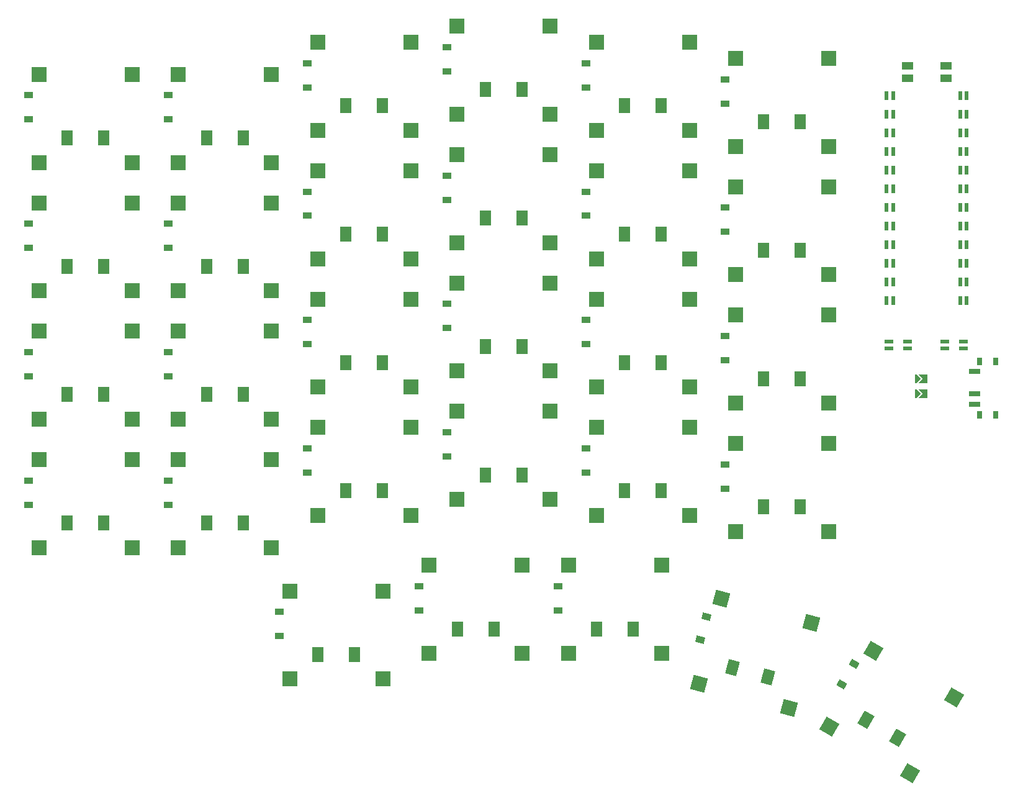
<source format=gbr>
%TF.GenerationSoftware,KiCad,Pcbnew,8.0.7*%
%TF.CreationDate,2025-02-11T23:53:49-03:00*%
%TF.ProjectId,souffle_wireless,736f7566-666c-4655-9f77-6972656c6573,0.1*%
%TF.SameCoordinates,Original*%
%TF.FileFunction,Paste,Bot*%
%TF.FilePolarity,Positive*%
%FSLAX46Y46*%
G04 Gerber Fmt 4.6, Leading zero omitted, Abs format (unit mm)*
G04 Created by KiCad (PCBNEW 8.0.7) date 2025-02-11 23:53:49*
%MOMM*%
%LPD*%
G01*
G04 APERTURE LIST*
G04 Aperture macros list*
%AMRotRect*
0 Rectangle, with rotation*
0 The origin of the aperture is its center*
0 $1 length*
0 $2 width*
0 $3 Rotation angle, in degrees counterclockwise*
0 Add horizontal line*
21,1,$1,$2,0,0,$3*%
%AMFreePoly0*
4,1,6,0.600000,-0.200000,0.600000,-0.400000,-0.600000,-0.400000,-0.600000,-0.200000,0.000000,0.400000,0.600000,-0.200000,0.600000,-0.200000,$1*%
%AMFreePoly1*
4,1,6,0.600000,-1.000000,0.000000,-0.400000,-0.600000,-1.000000,-0.600000,0.250000,0.600000,0.250000,0.600000,-1.000000,0.600000,-1.000000,$1*%
G04 Aperture macros list end*
%ADD10R,1.550000X2.000000*%
%ADD11R,2.000000X2.000000*%
%ADD12RotRect,1.550000X2.000000X345.000000*%
%ADD13RotRect,2.000000X2.000000X345.000000*%
%ADD14RotRect,1.550000X2.000000X330.000000*%
%ADD15RotRect,2.000000X2.000000X330.000000*%
%ADD16R,1.200000X0.900000*%
%ADD17RotRect,0.900000X1.200000X75.000000*%
%ADD18RotRect,0.900000X1.200000X60.000000*%
%ADD19R,0.600000X1.200000*%
%ADD20R,1.200000X0.600000*%
%ADD21R,0.800000X1.000000*%
%ADD22R,1.500000X0.700000*%
%ADD23R,1.550000X1.000000*%
%ADD24FreePoly0,270.000000*%
%ADD25FreePoly1,270.000000*%
G04 APERTURE END LIST*
D10*
%TO.C,S1*%
X97500000Y-102650000D03*
X102500000Y-102650000D03*
D11*
X93650000Y-94000000D03*
X93650000Y-106000000D03*
X106350000Y-94000000D03*
X106350000Y-106000000D03*
%TD*%
D10*
%TO.C,S2*%
X97500000Y-85150000D03*
X102500000Y-85150000D03*
D11*
X93650000Y-76500000D03*
X93650000Y-88500000D03*
X106350000Y-76500000D03*
X106350000Y-88500000D03*
%TD*%
D10*
%TO.C,S3*%
X97500000Y-67650000D03*
X102500000Y-67650000D03*
D11*
X93650000Y-59000000D03*
X93650000Y-71000000D03*
X106350000Y-59000000D03*
X106350000Y-71000000D03*
%TD*%
D10*
%TO.C,S4*%
X97500000Y-50150000D03*
X102500000Y-50150000D03*
D11*
X93650000Y-41500000D03*
X93650000Y-53500000D03*
X106350000Y-41500000D03*
X106350000Y-53500000D03*
%TD*%
D10*
%TO.C,S5*%
X116500000Y-102650000D03*
X121500000Y-102650000D03*
D11*
X112650000Y-94000000D03*
X112650000Y-106000000D03*
X125350000Y-94000000D03*
X125350000Y-106000000D03*
%TD*%
D10*
%TO.C,S6*%
X116500000Y-85150000D03*
X121500000Y-85150000D03*
D11*
X112650000Y-76500000D03*
X112650000Y-88500000D03*
X125350000Y-76500000D03*
X125350000Y-88500000D03*
%TD*%
D10*
%TO.C,S7*%
X116500000Y-67650000D03*
X121500000Y-67650000D03*
D11*
X112650000Y-59000000D03*
X112650000Y-71000000D03*
X125350000Y-59000000D03*
X125350000Y-71000000D03*
%TD*%
D10*
%TO.C,S8*%
X116500000Y-50150000D03*
X121500000Y-50150000D03*
D11*
X112650000Y-41500000D03*
X112650000Y-53500000D03*
X125350000Y-41500000D03*
X125350000Y-53500000D03*
%TD*%
D10*
%TO.C,S9*%
X135500000Y-98275000D03*
X140500000Y-98275000D03*
D11*
X131650000Y-89625000D03*
X131650000Y-101625000D03*
X144350000Y-89625000D03*
X144350000Y-101625000D03*
%TD*%
D10*
%TO.C,S10*%
X135500000Y-80775000D03*
X140500000Y-80775000D03*
D11*
X131650000Y-72125000D03*
X131650000Y-84125000D03*
X144350000Y-72125000D03*
X144350000Y-84125000D03*
%TD*%
D10*
%TO.C,S11*%
X135500000Y-63275000D03*
X140500000Y-63275000D03*
D11*
X131650000Y-54625000D03*
X131650000Y-66625000D03*
X144350000Y-54625000D03*
X144350000Y-66625000D03*
%TD*%
D10*
%TO.C,S12*%
X135500000Y-45775000D03*
X140500000Y-45775000D03*
D11*
X131650000Y-37125000D03*
X131650000Y-49125000D03*
X144350000Y-37125000D03*
X144350000Y-49125000D03*
%TD*%
D10*
%TO.C,S13*%
X154500000Y-96087500D03*
X159500000Y-96087500D03*
D11*
X150650000Y-87437500D03*
X150650000Y-99437500D03*
X163350000Y-87437500D03*
X163350000Y-99437500D03*
%TD*%
D10*
%TO.C,S14*%
X154500000Y-78587500D03*
X159500000Y-78587500D03*
D11*
X150650000Y-69937500D03*
X150650000Y-81937500D03*
X163350000Y-69937500D03*
X163350000Y-81937500D03*
%TD*%
D10*
%TO.C,S15*%
X154500000Y-61087500D03*
X159500000Y-61087500D03*
D11*
X150650000Y-52437500D03*
X150650000Y-64437500D03*
X163350000Y-52437500D03*
X163350000Y-64437500D03*
%TD*%
D10*
%TO.C,S16*%
X154500000Y-43587500D03*
X159500000Y-43587500D03*
D11*
X150650000Y-34937500D03*
X150650000Y-46937500D03*
X163350000Y-34937500D03*
X163350000Y-46937500D03*
%TD*%
D10*
%TO.C,S17*%
X173500000Y-98275000D03*
X178500000Y-98275000D03*
D11*
X169650000Y-89625000D03*
X169650000Y-101625000D03*
X182350000Y-89625000D03*
X182350000Y-101625000D03*
%TD*%
D10*
%TO.C,S18*%
X173500000Y-80775000D03*
X178500000Y-80775000D03*
D11*
X169650000Y-72125000D03*
X169650000Y-84125000D03*
X182350000Y-72125000D03*
X182350000Y-84125000D03*
%TD*%
D10*
%TO.C,S19*%
X173500000Y-63275000D03*
X178500000Y-63275000D03*
D11*
X169650000Y-54625000D03*
X169650000Y-66625000D03*
X182350000Y-54625000D03*
X182350000Y-66625000D03*
%TD*%
D10*
%TO.C,S20*%
X173500000Y-45775000D03*
X178500000Y-45775000D03*
D11*
X169650000Y-37125000D03*
X169650000Y-49125000D03*
X182350000Y-37125000D03*
X182350000Y-49125000D03*
%TD*%
D10*
%TO.C,S21*%
X192500000Y-100462500D03*
X197500000Y-100462500D03*
D11*
X188650000Y-91812500D03*
X188650000Y-103812500D03*
X201350000Y-91812500D03*
X201350000Y-103812500D03*
%TD*%
D10*
%TO.C,S22*%
X192500000Y-82962500D03*
X197500000Y-82962500D03*
D11*
X188650000Y-74312500D03*
X188650000Y-86312500D03*
X201350000Y-74312500D03*
X201350000Y-86312500D03*
%TD*%
D10*
%TO.C,S23*%
X192500000Y-65462500D03*
X197500000Y-65462500D03*
D11*
X188650000Y-56812500D03*
X188650000Y-68812500D03*
X201350000Y-56812500D03*
X201350000Y-68812500D03*
%TD*%
D10*
%TO.C,S24*%
X192500000Y-47962500D03*
X197500000Y-47962500D03*
D11*
X188650000Y-39312500D03*
X188650000Y-51312500D03*
X201350000Y-39312500D03*
X201350000Y-51312500D03*
%TD*%
D10*
%TO.C,S25*%
X131700000Y-120587500D03*
X136700000Y-120587500D03*
D11*
X127850000Y-111937500D03*
X127850000Y-123937500D03*
X140550000Y-111937500D03*
X140550000Y-123937500D03*
%TD*%
D10*
%TO.C,S26*%
X150700000Y-117087500D03*
X155700000Y-117087500D03*
D11*
X146850000Y-108437500D03*
X146850000Y-120437500D03*
X159550000Y-108437500D03*
X159550000Y-120437500D03*
%TD*%
D10*
%TO.C,S27*%
X169700000Y-117087500D03*
X174700000Y-117087500D03*
D11*
X165850000Y-108437500D03*
X165850000Y-120437500D03*
X178550000Y-108437500D03*
X178550000Y-120437500D03*
%TD*%
D12*
%TO.C,S28*%
X188228815Y-122366656D03*
X193058444Y-123660751D03*
D13*
X186748785Y-113014944D03*
X183642957Y-124606054D03*
X199016043Y-116301946D03*
X195910215Y-127893056D03*
%TD*%
D14*
%TO.C,S29*%
X206467036Y-129481167D03*
X210797164Y-131981167D03*
D15*
X207457839Y-120065048D03*
X201457839Y-130457352D03*
X218456361Y-126415048D03*
X212456361Y-136807352D03*
%TD*%
D16*
%TO.C,D1*%
X92250000Y-96850000D03*
X92250000Y-100150000D03*
%TD*%
%TO.C,D2*%
X92250000Y-79350000D03*
X92250000Y-82650000D03*
%TD*%
%TO.C,D3*%
X92250000Y-61850000D03*
X92250000Y-65150000D03*
%TD*%
%TO.C,D4*%
X92250000Y-44350000D03*
X92250000Y-47650000D03*
%TD*%
%TO.C,D5*%
X111250000Y-96850000D03*
X111250000Y-100150000D03*
%TD*%
%TO.C,D6*%
X111250000Y-79350000D03*
X111250000Y-82650000D03*
%TD*%
%TO.C,D7*%
X111250000Y-61850000D03*
X111250000Y-65150000D03*
%TD*%
%TO.C,D8*%
X111250000Y-44350000D03*
X111250000Y-47650000D03*
%TD*%
%TO.C,D9*%
X130250000Y-92475000D03*
X130250000Y-95775000D03*
%TD*%
%TO.C,D10*%
X130250000Y-74975000D03*
X130250000Y-78275000D03*
%TD*%
%TO.C,D11*%
X130250000Y-57475000D03*
X130250000Y-60775000D03*
%TD*%
%TO.C,D12*%
X130250000Y-39975000D03*
X130250000Y-43275000D03*
%TD*%
%TO.C,D13*%
X149250000Y-90287500D03*
X149250000Y-93587500D03*
%TD*%
%TO.C,D14*%
X149250000Y-72787500D03*
X149250000Y-76087500D03*
%TD*%
%TO.C,D15*%
X149250000Y-55287500D03*
X149250000Y-58587500D03*
%TD*%
%TO.C,D16*%
X149250000Y-37787500D03*
X149250000Y-41087500D03*
%TD*%
%TO.C,D17*%
X168250000Y-92475000D03*
X168250000Y-95775000D03*
%TD*%
%TO.C,D18*%
X168250000Y-74975000D03*
X168250000Y-78275000D03*
%TD*%
%TO.C,D19*%
X168250000Y-57475000D03*
X168250000Y-60775000D03*
%TD*%
%TO.C,D20*%
X168250000Y-39975000D03*
X168250000Y-43275000D03*
%TD*%
%TO.C,D21*%
X187250000Y-94662500D03*
X187250000Y-97962500D03*
%TD*%
%TO.C,D22*%
X187250000Y-77162500D03*
X187250000Y-80462500D03*
%TD*%
%TO.C,D23*%
X187250000Y-59662500D03*
X187250000Y-62962500D03*
%TD*%
%TO.C,D24*%
X187250000Y-42162500D03*
X187250000Y-45462500D03*
%TD*%
%TO.C,D25*%
X126450000Y-114787500D03*
X126450000Y-118087500D03*
%TD*%
%TO.C,D26*%
X145450000Y-111287500D03*
X145450000Y-114587500D03*
%TD*%
%TO.C,D27*%
X164450000Y-111287500D03*
X164450000Y-114587500D03*
%TD*%
D17*
%TO.C,D28*%
X184658851Y-115405522D03*
X183804749Y-118593078D03*
%TD*%
D18*
%TO.C,D29*%
X204820400Y-121833158D03*
X203170400Y-124691042D03*
%TD*%
D19*
%TO.C,MCU1*%
X209224000Y-44420000D03*
X210124000Y-44420000D03*
X219284000Y-44420000D03*
X220184000Y-44420000D03*
X209224000Y-46960000D03*
X210124000Y-46960000D03*
X219284000Y-46960000D03*
X220184000Y-46960000D03*
X209224000Y-49500000D03*
X210124000Y-49500000D03*
X219284000Y-49500000D03*
X220184000Y-49500000D03*
X209224000Y-52040000D03*
X210124000Y-52040000D03*
X219284000Y-52040000D03*
X220184000Y-52040000D03*
X209224000Y-54580000D03*
X210124000Y-54580000D03*
X219284000Y-54580000D03*
X220184000Y-54580000D03*
X209224000Y-57120000D03*
X210124000Y-57120000D03*
X219284000Y-57120000D03*
X220184000Y-57120000D03*
X209224000Y-59660000D03*
X210124000Y-59660000D03*
X219284000Y-59660000D03*
X220184000Y-59660000D03*
X209224000Y-62200000D03*
X210124000Y-62200000D03*
X219284000Y-62200000D03*
X220184000Y-62200000D03*
X209224000Y-64740000D03*
X210124000Y-64740000D03*
X219284000Y-64740000D03*
X220184000Y-64740000D03*
X209224000Y-67280000D03*
X210124000Y-67280000D03*
X219284000Y-67280000D03*
X220184000Y-67280000D03*
X209224000Y-69820000D03*
X210124000Y-69820000D03*
X219284000Y-69820000D03*
X220184000Y-69820000D03*
X209224000Y-72360000D03*
X210124000Y-72360000D03*
X219284000Y-72360000D03*
X220184000Y-72360000D03*
%TD*%
D20*
%TO.C,DISP1*%
X219727000Y-77950000D03*
X217187000Y-77950000D03*
X212107000Y-77950000D03*
X209567000Y-77950000D03*
X219727000Y-78850000D03*
X217187000Y-78850000D03*
X212107000Y-78850000D03*
X209567000Y-78850000D03*
%TD*%
D21*
%TO.C,PWR1*%
X221915000Y-80600000D03*
X224125000Y-80600000D03*
X221915000Y-87900000D03*
X224125000Y-87900000D03*
D22*
X221265000Y-82000000D03*
X221265000Y-85000000D03*
X221265000Y-86500000D03*
%TD*%
D23*
%TO.C,RST1*%
X212079000Y-40362500D03*
X212079000Y-42062500D03*
X217329000Y-40362500D03*
X217329000Y-42062500D03*
%TD*%
D24*
%TO.C,JST1*%
X213550000Y-85000000D03*
X213550000Y-83000000D03*
D25*
X214566000Y-83000000D03*
X214566000Y-85000000D03*
%TD*%
M02*

</source>
